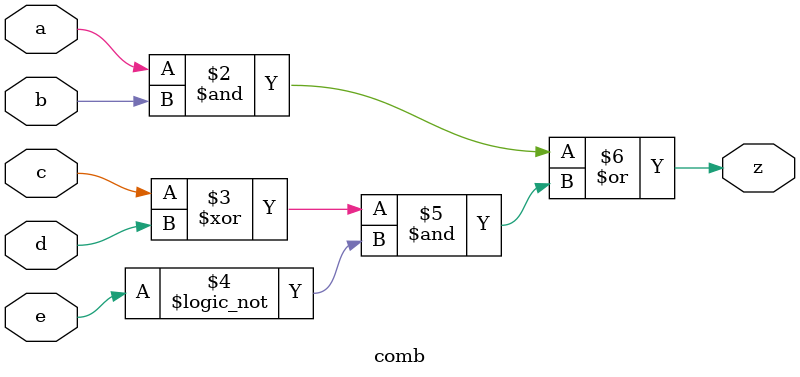
<source format=v>
/*
single output signal 'z' which is of type 'reg'....that gets updated whenever one of the signals in the sensitivity list changes its value.    */


module comb(
input a,b,c,d,e,
output reg z);

always @(*) begin
z=((a&b) | (c^d) & !e);
end

endmodule

</source>
